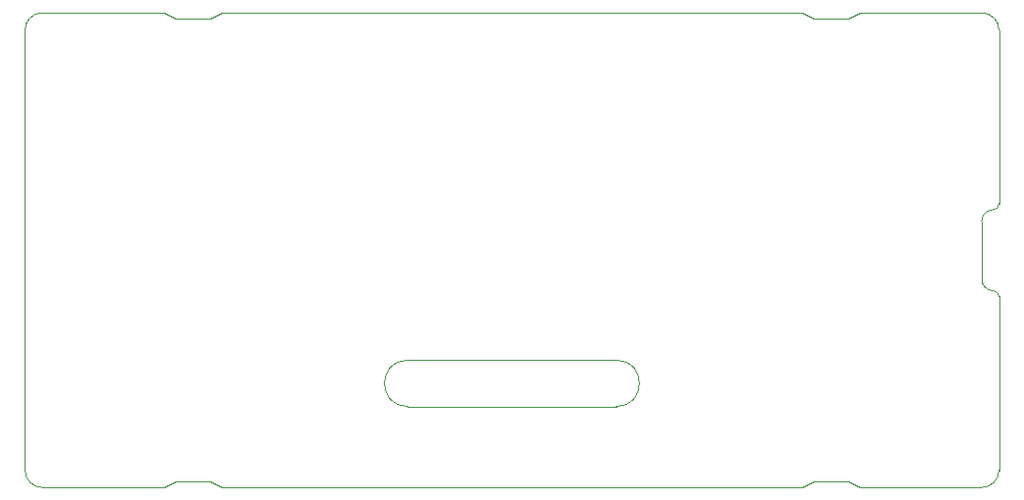
<source format=gm1>
G04 #@! TF.GenerationSoftware,KiCad,Pcbnew,6.0.11+dfsg-1*
G04 #@! TF.ProjectId,project,70726f6a-6563-4742-9e6b-696361645f70,rev?*
G04 #@! TF.SameCoordinates,Original*
G04 #@! TF.FileFunction,Profile,NP*
%FSLAX46Y46*%
G04 Gerber Fmt 4.6, Leading zero omitted, Abs format (unit mm)*
%MOMM*%
%LPD*%
G01*
G04 APERTURE LIST*
G04 #@! TA.AperFunction,Profile*
%ADD10C,0.100000*%
G04 #@! TD*
G04 APERTURE END LIST*
D10*
X197262500Y-114037500D02*
X198262500Y-113537500D01*
X142262500Y-154037499D02*
X143262500Y-154537500D01*
X177262500Y-147537500D02*
G75*
G03*
X177262500Y-143537500I0J2000000D01*
G01*
X139262500Y-154037500D02*
X142262500Y-154037499D01*
X194262500Y-154037500D02*
X197262500Y-154037499D01*
X208762500Y-131537500D02*
X208762500Y-136537500D01*
X139262500Y-114037500D02*
X142262500Y-114037500D01*
X208762500Y-154537500D02*
G75*
G03*
X210262500Y-153037500I0J1500000D01*
G01*
X142262500Y-114037500D02*
X143262500Y-113537500D01*
X208762500Y-136537500D02*
G75*
G03*
X209762500Y-137537500I1000000J0D01*
G01*
X198262500Y-113537500D02*
X208762500Y-113537500D01*
X209762500Y-130537500D02*
G75*
G03*
X208762500Y-131537500I0J-1000000D01*
G01*
X138262500Y-113537500D02*
X127762500Y-113537500D01*
X126262500Y-153037500D02*
X126262500Y-115037500D01*
X210262500Y-138037500D02*
X210262500Y-153037500D01*
X127762500Y-113537500D02*
G75*
G03*
X126262500Y-115037500I0J-1500000D01*
G01*
X198262500Y-154537500D02*
X208762500Y-154537500D01*
X197262500Y-154037499D02*
X198262500Y-154537500D01*
X194262500Y-114037500D02*
X197262500Y-114037500D01*
X210262500Y-138037500D02*
G75*
G03*
X209762500Y-137537500I-500000J0D01*
G01*
X138262500Y-154537499D02*
X127762500Y-154537500D01*
X139262500Y-114037500D02*
X138262500Y-113537500D01*
X177262500Y-147537500D02*
X159262500Y-147537500D01*
X126262500Y-153037500D02*
G75*
G03*
X127762500Y-154537500I1500000J0D01*
G01*
X159262500Y-143537500D02*
X177262500Y-143537500D01*
X139262500Y-154037500D02*
X138262500Y-154537499D01*
X209762500Y-130537500D02*
G75*
G03*
X210262500Y-130037500I0J500000D01*
G01*
X210262500Y-130037500D02*
X210262500Y-115037500D01*
X159262500Y-143537500D02*
G75*
G03*
X159262500Y-147537500I0J-2000000D01*
G01*
X143262500Y-113537500D02*
X193262500Y-113537500D01*
X210262500Y-115037500D02*
G75*
G03*
X208762500Y-113537500I-1500000J0D01*
G01*
X194262500Y-154037500D02*
X193262500Y-154537499D01*
X194262500Y-114037500D02*
X193262500Y-113537500D01*
X193262500Y-154537499D02*
X143262500Y-154537500D01*
M02*

</source>
